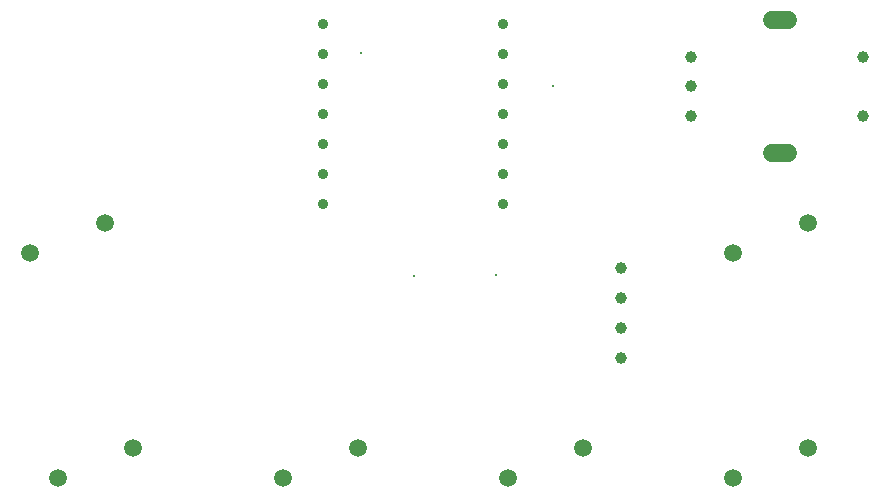
<source format=gbr>
%TF.GenerationSoftware,KiCad,Pcbnew,9.0.6*%
%TF.CreationDate,2025-12-08T21:16:02+04:00*%
%TF.ProjectId,L3MON hackpad,4c334d4f-4e20-4686-9163-6b7061642e6b,rev?*%
%TF.SameCoordinates,Original*%
%TF.FileFunction,Plated,1,2,PTH,Mixed*%
%TF.FilePolarity,Positive*%
%FSLAX46Y46*%
G04 Gerber Fmt 4.6, Leading zero omitted, Abs format (unit mm)*
G04 Created by KiCad (PCBNEW 9.0.6) date 2025-12-08 21:16:02*
%MOMM*%
%LPD*%
G01*
G04 APERTURE LIST*
%TA.AperFunction,ViaDrill*%
%ADD10C,0.300000*%
%TD*%
%TA.AperFunction,ComponentDrill*%
%ADD11C,0.889000*%
%TD*%
%TA.AperFunction,ComponentDrill*%
%ADD12C,1.000000*%
%TD*%
%TA.AperFunction,ComponentDrill*%
%ADD13C,1.500000*%
%TD*%
G04 aperture for slot hole*
%TA.AperFunction,ComponentDrill*%
%ADD14C,1.500000*%
%TD*%
G04 APERTURE END LIST*
D10*
X131393015Y-37675735D03*
X135815110Y-56494890D03*
X142818015Y-56468015D03*
X147637500Y-40481250D03*
D11*
%TO.C,U1*%
X128111250Y-35242500D03*
X128111250Y-37782500D03*
X128111250Y-40322500D03*
X128111250Y-42862500D03*
X128111250Y-45402500D03*
X128111250Y-47942500D03*
X128111250Y-50482500D03*
X143351250Y-35242500D03*
X143351250Y-37782500D03*
X143351250Y-40322500D03*
X143351250Y-42862500D03*
X143351250Y-45402500D03*
X143351250Y-47942500D03*
X143351250Y-50482500D03*
D12*
%TO.C,J1*%
X153346250Y-55836250D03*
X153346250Y-58376250D03*
X153346250Y-60916250D03*
X153346250Y-63456250D03*
%TO.C,SW8*%
X159331250Y-37981250D03*
X159331250Y-40481250D03*
X159331250Y-42981250D03*
X173831250Y-37981250D03*
X173831250Y-42981250D03*
D13*
%TO.C,SW1*%
X103346250Y-54610000D03*
%TO.C,SW2*%
X105727500Y-73660000D03*
%TO.C,SW1*%
X109696250Y-52070000D03*
%TO.C,SW2*%
X112077500Y-71120000D03*
%TO.C,SW3*%
X124777500Y-73660000D03*
X131127500Y-71120000D03*
%TO.C,SW4*%
X143827500Y-73660000D03*
X150177500Y-71120000D03*
%TO.C,SW6*%
X162877500Y-54610000D03*
%TO.C,SW5*%
X162877500Y-73660000D03*
D14*
%TO.C,SW8*%
X167481250Y-34881250D02*
X166181250Y-34881250D01*
X167481250Y-46081250D02*
X166181250Y-46081250D01*
D13*
%TO.C,SW6*%
X169227500Y-52070000D03*
%TO.C,SW5*%
X169227500Y-71120000D03*
M02*

</source>
